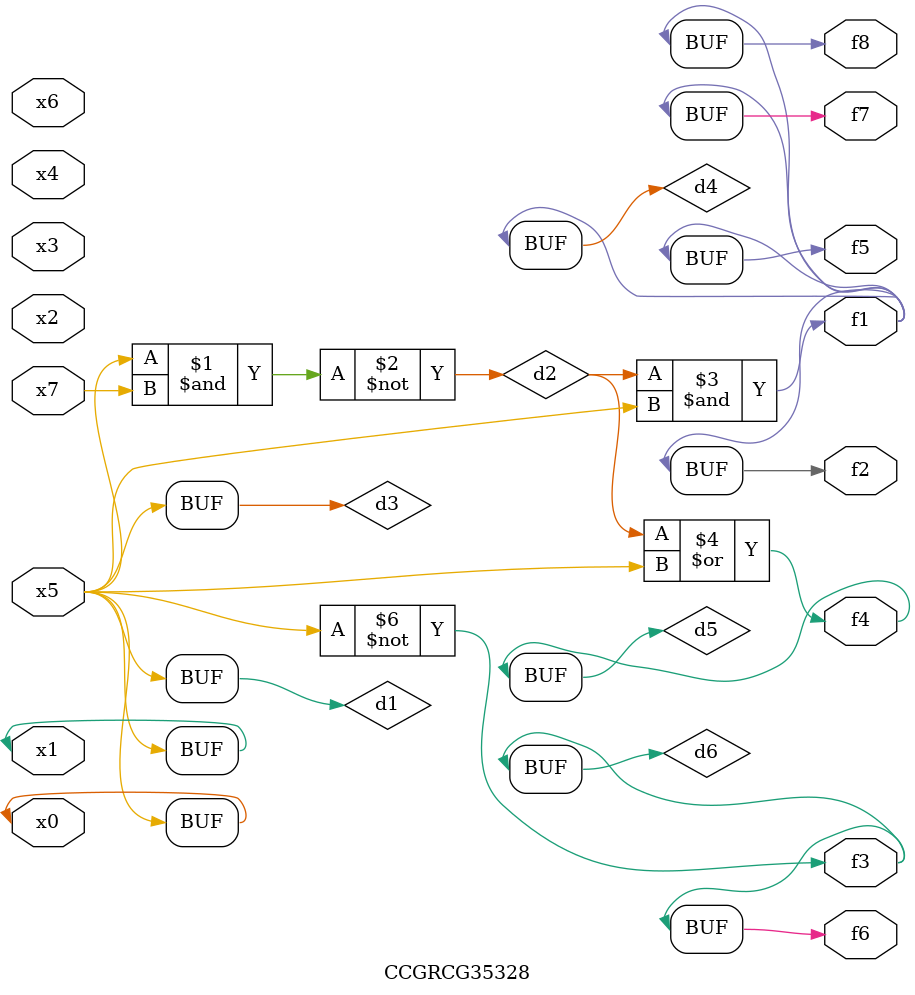
<source format=v>
module CCGRCG35328(
	input x0, x1, x2, x3, x4, x5, x6, x7,
	output f1, f2, f3, f4, f5, f6, f7, f8
);

	wire d1, d2, d3, d4, d5, d6;

	buf (d1, x0, x5);
	nand (d2, x5, x7);
	buf (d3, x0, x1);
	and (d4, d2, d3);
	or (d5, d2, d3);
	nor (d6, d1, d3);
	assign f1 = d4;
	assign f2 = d4;
	assign f3 = d6;
	assign f4 = d5;
	assign f5 = d4;
	assign f6 = d6;
	assign f7 = d4;
	assign f8 = d4;
endmodule

</source>
